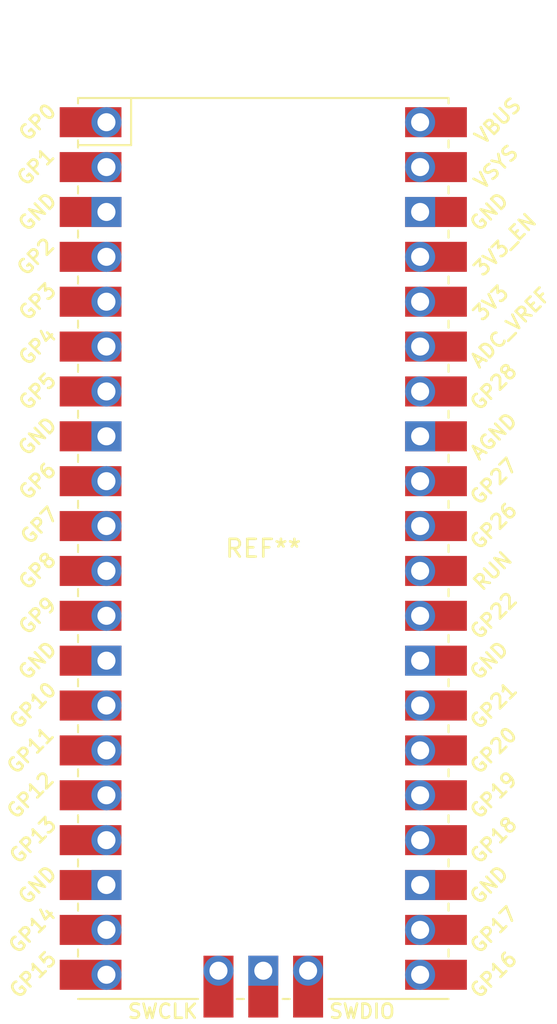
<source format=kicad_pcb>
(kicad_pcb (version 20240108) (generator "pcbnew") (generator_version "8.0")
  (layers (0 "F.Cu" signal) (31 "B.Cu" signal) (34 "B.Paste" user) (35 "F.Paste" user) (36 "B.SilkS" user "B.Silkscreen") (37 "F.SilkS" user "F.Silkscreen") (38 "B.Mask" user) (39 "F.Mask" user) (44 "Edge.Cuts" user))
  (net 0 "")
  (footprint "MCU_RaspberryPi_and_Boards:RPi_Pico_SMD_TH" (layer "F.Cu") (at 147 101.5)
    (property "Reference" "REF**" (at 0 0 0) (layer "F.SilkS"))
    (property "Value" "RPi_Pico_SMD_TH")
    (fp_line (start -10.5 -25.5) (end -10.5 -25.2) (stroke (width 0.12)) (layer "F.SilkS"))
    (fp_line (start -10.5 -25.5) (end 10.5 -25.5) (stroke (width 0.12)) (layer "F.SilkS"))
    (fp_line (start -10.5 -23.1) (end -10.5 -22.7) (stroke (width 0.12)) (layer "F.SilkS"))
    (fp_line (start -10.5 -22.833) (end -7.493 -22.833) (stroke (width 0.12)) (layer "F.SilkS"))
    (fp_line (start -10.5 -20.5) (end -10.5 -20.1) (stroke (width 0.12)) (layer "F.SilkS"))
    (fp_line (start -10.5 -18) (end -10.5 -17.6) (stroke (width 0.12)) (layer "F.SilkS"))
    (fp_line (start -10.5 -15.4) (end -10.5 -15) (stroke (width 0.12)) (layer "F.SilkS"))
    (fp_line (start -10.5 -12.9) (end -10.5 -12.5) (stroke (width 0.12)) (layer "F.SilkS"))
    (fp_line (start -10.5 -10.4) (end -10.5 -10) (stroke (width 0.12)) (layer "F.SilkS"))
    (fp_line (start -10.5 -7.8) (end -10.5 -7.4) (stroke (width 0.12)) (layer "F.SilkS"))
    (fp_line (start -10.5 -5.3) (end -10.5 -4.9) (stroke (width 0.12)) (layer "F.SilkS"))
    (fp_line (start -10.5 -2.7) (end -10.5 -2.3) (stroke (width 0.12)) (layer "F.SilkS"))
    (fp_line (start -10.5 -0.2) (end -10.5 0.2) (stroke (width 0.12)) (layer "F.SilkS"))
    (fp_line (start -10.5 2.3) (end -10.5 2.7) (stroke (width 0.12)) (layer "F.SilkS"))
    (fp_line (start -10.5 4.9) (end -10.5 5.3) (stroke (width 0.12)) (layer "F.SilkS"))
    (fp_line (start -10.5 7.4) (end -10.5 7.8) (stroke (width 0.12)) (layer "F.SilkS"))
    (fp_line (start -10.5 10) (end -10.5 10.4) (stroke (width 0.12)) (layer "F.SilkS"))
    (fp_line (start -10.5 12.5) (end -10.5 12.9) (stroke (width 0.12)) (layer "F.SilkS"))
    (fp_line (start -10.5 15.1) (end -10.5 15.5) (stroke (width 0.12)) (layer "F.SilkS"))
    (fp_line (start -10.5 17.6) (end -10.5 18) (stroke (width 0.12)) (layer "F.SilkS"))
    (fp_line (start -10.5 20.1) (end -10.5 20.5) (stroke (width 0.12)) (layer "F.SilkS"))
    (fp_line (start -10.5 22.7) (end -10.5 23.1) (stroke (width 0.12)) (layer "F.SilkS"))
    (fp_line (start -7.493 -22.833) (end -7.493 -25.5) (stroke (width 0.12)) (layer "F.SilkS"))
    (fp_line (start -3.7 25.5) (end -10.5 25.5) (stroke (width 0.12)) (layer "F.SilkS"))
    (fp_line (start -1.5 25.5) (end -1.1 25.5) (stroke (width 0.12)) (layer "F.SilkS"))
    (fp_line (start 1.1 25.5) (end 1.5 25.5) (stroke (width 0.12)) (layer "F.SilkS"))
    (fp_line (start 10.5 -25.5) (end 10.5 -25.2) (stroke (width 0.12)) (layer "F.SilkS"))
    (fp_line (start 10.5 -23.1) (end 10.5 -22.7) (stroke (width 0.12)) (layer "F.SilkS"))
    (fp_line (start 10.5 -20.5) (end 10.5 -20.1) (stroke (width 0.12)) (layer "F.SilkS"))
    (fp_line (start 10.5 -18) (end 10.5 -17.6) (stroke (width 0.12)) (layer "F.SilkS"))
    (fp_line (start 10.5 -15.4) (end 10.5 -15) (stroke (width 0.12)) (layer "F.SilkS"))
    (fp_line (start 10.5 -12.9) (end 10.5 -12.5) (stroke (width 0.12)) (layer "F.SilkS"))
    (fp_line (start 10.5 -10.4) (end 10.5 -10) (stroke (width 0.12)) (layer "F.SilkS"))
    (fp_line (start 10.5 -7.8) (end 10.5 -7.4) (stroke (width 0.12)) (layer "F.SilkS"))
    (fp_line (start 10.5 -5.3) (end 10.5 -4.9) (stroke (width 0.12)) (layer "F.SilkS"))
    (fp_line (start 10.5 -2.7) (end 10.5 -2.3) (stroke (width 0.12)) (layer "F.SilkS"))
    (fp_line (start 10.5 -0.2) (end 10.5 0.2) (stroke (width 0.12)) (layer "F.SilkS"))
    (fp_line (start 10.5 2.3) (end 10.5 2.7) (stroke (width 0.12)) (layer "F.SilkS"))
    (fp_line (start 10.5 4.9) (end 10.5 5.3) (stroke (width 0.12)) (layer "F.SilkS"))
    (fp_line (start 10.5 7.4) (end 10.5 7.8) (stroke (width 0.12)) (layer "F.SilkS"))
    (fp_line (start 10.5 10) (end 10.5 10.4) (stroke (width 0.12)) (layer "F.SilkS"))
    (fp_line (start 10.5 12.5) (end 10.5 12.9) (stroke (width 0.12)) (layer "F.SilkS"))
    (fp_line (start 10.5 15.1) (end 10.5 15.5) (stroke (width 0.12)) (layer "F.SilkS"))
    (fp_line (start 10.5 17.6) (end 10.5 18) (stroke (width 0.12)) (layer "F.SilkS"))
    (fp_line (start 10.5 20.1) (end 10.5 20.5) (stroke (width 0.12)) (layer "F.SilkS"))
    (fp_line (start 10.5 22.7) (end 10.5 23.1) (stroke (width 0.12)) (layer "F.SilkS"))
    (fp_line (start 10.5 25.5) (end 3.7 25.5) (stroke (width 0.12)) (layer "F.SilkS"))
    (fp_text user "GND" (at 12.8 -19.05 45) (layer "F.SilkS") (effects (font (size 0.8 0.8))))
    (fp_text user "GND" (at 12.8 19.05 45) (layer "F.SilkS") (effects (font (size 0.8 0.8))))
    (fp_text user "GP0" (at -12.8 -24.13 45) (layer "F.SilkS") (effects (font (size 0.8 0.8))))
    (fp_text user "SWDIO" (at 5.6 26.2 0) (layer "F.SilkS") (effects (font (size 0.8 0.8))))
    (fp_text user "GP16" (at 13.054 24.13 45) (layer "F.SilkS") (effects (font (size 0.8 0.8))))
    (fp_text user "AGND" (at 13.054 -6.35 45) (layer "F.SilkS") (effects (font (size 0.8 0.8))))
    (fp_text user "VBUS" (at 13.3 -24.2 45) (layer "F.SilkS") (effects (font (size 0.8 0.8))))
    (fp_text user "GP18" (at 13.054 16.51 45) (layer "F.SilkS") (effects (font (size 0.8 0.8))))
    (fp_text user "GP8" (at -12.8 1.27 45) (layer "F.SilkS") (effects (font (size 0.8 0.8))))
    (fp_text user "3V3_EN" (at 13.7 -17.2 45) (layer "F.SilkS") (effects (font (size 0.8 0.8))))
    (fp_text user "GP11" (at -13.2 11.43 45) (layer "F.SilkS") (effects (font (size 0.8 0.8))))
    (fp_text user "GND" (at 12.8 6.35 45) (layer "F.SilkS") (effects (font (size 0.8 0.8))))
    (fp_text user "GND" (at -12.8 19.05 45) (layer "F.SilkS") (effects (font (size 0.8 0.8))))
    (fp_text user "GP4" (at -12.8 -11.43 45) (layer "F.SilkS") (effects (font (size 0.8 0.8))))
    (fp_text user "GND" (at -12.8 -19.05 45) (layer "F.SilkS") (effects (font (size 0.8 0.8))))
    (fp_text user "GP9" (at -12.8 3.81 45) (layer "F.SilkS") (effects (font (size 0.8 0.8))))
    (fp_text user "SWCLK" (at -5.7 26.2 0) (layer "F.SilkS") (effects (font (size 0.8 0.8))))
    (fp_text user "GP20" (at 13.054 11.43 45) (layer "F.SilkS") (effects (font (size 0.8 0.8))))
    (fp_text user "GND" (at -12.8 6.35 45) (layer "F.SilkS") (effects (font (size 0.8 0.8))))
    (fp_text user "GP5" (at -12.8 -8.89 45) (layer "F.SilkS") (effects (font (size 0.8 0.8))))
    (fp_text user "GP1" (at -12.9 -21.6 45) (layer "F.SilkS") (effects (font (size 0.8 0.8))))
    (fp_text user "GP13" (at -13.054 16.51 45) (layer "F.SilkS") (effects (font (size 0.8 0.8))))
    (fp_text user "GP28" (at 13.054 -9.144 45) (layer "F.SilkS") (effects (font (size 0.8 0.8))))
    (fp_text user "GP27" (at 13.054 -3.8 45) (layer "F.SilkS") (effects (font (size 0.8 0.8))))
    (fp_text user "GND" (at -12.8 -6.35 45) (layer "F.SilkS") (effects (font (size 0.8 0.8))))
    (fp_text user "GP17" (at 13.054 21.59 45) (layer "F.SilkS") (effects (font (size 0.8 0.8))))
    (fp_text user "ADC_VREF" (at 14 -12.5 45) (layer "F.SilkS") (effects (font (size 0.8 0.8))))
    (fp_text user "GP21" (at 13.054 8.9 45) (layer "F.SilkS") (effects (font (size 0.8 0.8))))
    (fp_text user "GP14" (at -13.1 21.59 45) (layer "F.SilkS") (effects (font (size 0.8 0.8))))
    (fp_text user "GP2" (at -12.9 -16.51 45) (layer "F.SilkS") (effects (font (size 0.8 0.8))))
    (fp_text user "VSYS" (at 13.2 -21.59 45) (layer "F.SilkS") (effects (font (size 0.8 0.8))))
    (fp_text user "GP19" (at 13.054 13.97 45) (layer "F.SilkS") (effects (font (size 0.8 0.8))))
    (fp_text user "RUN" (at 13 1.27 45) (layer "F.SilkS") (effects (font (size 0.8 0.8))))
    (fp_text user "GP12" (at -13.2 13.97 45) (layer "F.SilkS") (effects (font (size 0.8 0.8))))
    (fp_text user "GP10" (at -13.054 8.89 45) (layer "F.SilkS") (effects (font (size 0.8 0.8))))
    (fp_text user "GP3" (at -12.8 -13.97 45) (layer "F.SilkS") (effects (font (size 0.8 0.8))))
    (fp_text user "3V3" (at 12.9 -13.9 45) (layer "F.SilkS") (effects (font (size 0.8 0.8))))
    (fp_text user "GP6" (at -12.8 -3.81 45) (layer "F.SilkS") (effects (font (size 0.8 0.8))))
    (fp_text user "GP7" (at -12.7 -1.3 45) (layer "F.SilkS") (effects (font (size 0.8 0.8))))
    (fp_text user "GP15" (at -13.054 24.13 45) (layer "F.SilkS") (effects (font (size 0.8 0.8))))
    (fp_text user "GP22" (at 13.054 3.81 45) (layer "F.SilkS") (effects (font (size 0.8 0.8))))
    (fp_text user "GP26" (at 13.054 -1.27 45) (layer "F.SilkS") (effects (font (size 0.8 0.8))))
    (pad "" np_thru_hole oval (at -2.725 -24) (size 1.8 1.8) (drill 1.8) (layers "*.Cu" "*.Mask"))
    (pad "" np_thru_hole oval (at -2.425 -20.97) (size 1.5 1.5) (drill 1.5) (layers "*.Cu" "*.Mask"))
    (pad "" np_thru_hole oval (at 2.425 -20.97) (size 1.5 1.5) (drill 1.5) (layers "*.Cu" "*.Mask"))
    (pad "" np_thru_hole oval (at 2.725 -24) (size 1.8 1.8) (drill 1.8) (layers "*.Cu" "*.Mask"))
    (pad "1" thru_hole oval (at -8.89 -24.13) (size 1.7 1.7) (drill 1.02) (layers "*.Cu" "*.Mask"))
    (pad "1" smd rect (at -8.89 -24.13) (size 3.5 1.7) (drill (offset -0.9 0)) (layers "F.Cu" "F.Mask"))
    (pad "2" thru_hole oval (at -8.89 -21.59) (size 1.7 1.7) (drill 1.02) (layers "*.Cu" "*.Mask"))
    (pad "2" smd rect (at -8.89 -21.59) (size 3.5 1.7) (drill (offset -0.9 0)) (layers "F.Cu" "F.Mask"))
    (pad "3" thru_hole rect (at -8.89 -19.05) (size 1.7 1.7) (drill 1.02) (layers "*.Cu" "*.Mask"))
    (pad "3" smd rect (at -8.89 -19.05) (size 3.5 1.7) (drill (offset -0.9 0)) (layers "F.Cu" "F.Mask"))
    (pad "4" thru_hole oval (at -8.89 -16.51) (size 1.7 1.7) (drill 1.02) (layers "*.Cu" "*.Mask"))
    (pad "4" smd rect (at -8.89 -16.51) (size 3.5 1.7) (drill (offset -0.9 0)) (layers "F.Cu" "F.Mask"))
    (pad "5" thru_hole oval (at -8.89 -13.97) (size 1.7 1.7) (drill 1.02) (layers "*.Cu" "*.Mask"))
    (pad "5" smd rect (at -8.89 -13.97) (size 3.5 1.7) (drill (offset -0.9 0)) (layers "F.Cu" "F.Mask"))
    (pad "6" thru_hole oval (at -8.89 -11.43) (size 1.7 1.7) (drill 1.02) (layers "*.Cu" "*.Mask"))
    (pad "6" smd rect (at -8.89 -11.43) (size 3.5 1.7) (drill (offset -0.9 0)) (layers "F.Cu" "F.Mask"))
    (pad "7" thru_hole oval (at -8.89 -8.89) (size 1.7 1.7) (drill 1.02) (layers "*.Cu" "*.Mask"))
    (pad "7" smd rect (at -8.89 -8.89) (size 3.5 1.7) (drill (offset -0.9 0)) (layers "F.Cu" "F.Mask"))
    (pad "8" thru_hole rect (at -8.89 -6.35) (size 1.7 1.7) (drill 1.02) (layers "*.Cu" "*.Mask"))
    (pad "8" smd rect (at -8.89 -6.35) (size 3.5 1.7) (drill (offset -0.9 0)) (layers "F.Cu" "F.Mask"))
    (pad "9" thru_hole oval (at -8.89 -3.81) (size 1.7 1.7) (drill 1.02) (layers "*.Cu" "*.Mask"))
    (pad "9" smd rect (at -8.89 -3.81) (size 3.5 1.7) (drill (offset -0.9 0)) (layers "F.Cu" "F.Mask"))
    (pad "10" thru_hole oval (at -8.89 -1.27) (size 1.7 1.7) (drill 1.02) (layers "*.Cu" "*.Mask"))
    (pad "10" smd rect (at -8.89 -1.27) (size 3.5 1.7) (drill (offset -0.9 0)) (layers "F.Cu" "F.Mask"))
    (pad "11" thru_hole oval (at -8.89 1.27) (size 1.7 1.7) (drill 1.02) (layers "*.Cu" "*.Mask"))
    (pad "11" smd rect (at -8.89 1.27) (size 3.5 1.7) (drill (offset -0.9 0)) (layers "F.Cu" "F.Mask"))
    (pad "12" thru_hole oval (at -8.89 3.81) (size 1.7 1.7) (drill 1.02) (layers "*.Cu" "*.Mask"))
    (pad "12" smd rect (at -8.89 3.81) (size 3.5 1.7) (drill (offset -0.9 0)) (layers "F.Cu" "F.Mask"))
    (pad "13" thru_hole rect (at -8.89 6.35) (size 1.7 1.7) (drill 1.02) (layers "*.Cu" "*.Mask"))
    (pad "13" smd rect (at -8.89 6.35) (size 3.5 1.7) (drill (offset -0.9 0)) (layers "F.Cu" "F.Mask"))
    (pad "14" thru_hole oval (at -8.89 8.89) (size 1.7 1.7) (drill 1.02) (layers "*.Cu" "*.Mask"))
    (pad "14" smd rect (at -8.89 8.89) (size 3.5 1.7) (drill (offset -0.9 0)) (layers "F.Cu" "F.Mask"))
    (pad "15" thru_hole oval (at -8.89 11.43) (size 1.7 1.7) (drill 1.02) (layers "*.Cu" "*.Mask"))
    (pad "15" smd rect (at -8.89 11.43) (size 3.5 1.7) (drill (offset -0.9 0)) (layers "F.Cu" "F.Mask"))
    (pad "16" thru_hole oval (at -8.89 13.97) (size 1.7 1.7) (drill 1.02) (layers "*.Cu" "*.Mask"))
    (pad "16" smd rect (at -8.89 13.97) (size 3.5 1.7) (drill (offset -0.9 0)) (layers "F.Cu" "F.Mask"))
    (pad "17" thru_hole oval (at -8.89 16.51) (size 1.7 1.7) (drill 1.02) (layers "*.Cu" "*.Mask"))
    (pad "17" smd rect (at -8.89 16.51) (size 3.5 1.7) (drill (offset -0.9 0)) (layers "F.Cu" "F.Mask"))
    (pad "18" thru_hole rect (at -8.89 19.05) (size 1.7 1.7) (drill 1.02) (layers "*.Cu" "*.Mask"))
    (pad "18" smd rect (at -8.89 19.05) (size 3.5 1.7) (drill (offset -0.9 0)) (layers "F.Cu" "F.Mask"))
    (pad "19" thru_hole oval (at -8.89 21.59) (size 1.7 1.7) (drill 1.02) (layers "*.Cu" "*.Mask"))
    (pad "19" smd rect (at -8.89 21.59) (size 3.5 1.7) (drill (offset -0.9 0)) (layers "F.Cu" "F.Mask"))
    (pad "20" thru_hole oval (at -8.89 24.13) (size 1.7 1.7) (drill 1.02) (layers "*.Cu" "*.Mask"))
    (pad "20" smd rect (at -8.89 24.13) (size 3.5 1.7) (drill (offset -0.9 0)) (layers "F.Cu" "F.Mask"))
    (pad "21" thru_hole oval (at 8.89 24.13) (size 1.7 1.7) (drill 1.02) (layers "*.Cu" "*.Mask"))
    (pad "21" smd rect (at 8.89 24.13) (size 3.5 1.7) (drill (offset 0.9 0)) (layers "F.Cu" "F.Mask"))
    (pad "22" thru_hole oval (at 8.89 21.59) (size 1.7 1.7) (drill 1.02) (layers "*.Cu" "*.Mask"))
    (pad "22" smd rect (at 8.89 21.59) (size 3.5 1.7) (drill (offset 0.9 0)) (layers "F.Cu" "F.Mask"))
    (pad "23" thru_hole rect (at 8.89 19.05) (size 1.7 1.7) (drill 1.02) (layers "*.Cu" "*.Mask"))
    (pad "23" smd rect (at 8.89 19.05) (size 3.5 1.7) (drill (offset 0.9 0)) (layers "F.Cu" "F.Mask"))
    (pad "24" thru_hole oval (at 8.89 16.51) (size 1.7 1.7) (drill 1.02) (layers "*.Cu" "*.Mask"))
    (pad "24" smd rect (at 8.89 16.51) (size 3.5 1.7) (drill (offset 0.9 0)) (layers "F.Cu" "F.Mask"))
    (pad "25" thru_hole oval (at 8.89 13.97) (size 1.7 1.7) (drill 1.02) (layers "*.Cu" "*.Mask"))
    (pad "25" smd rect (at 8.89 13.97) (size 3.5 1.7) (drill (offset 0.9 0)) (layers "F.Cu" "F.Mask"))
    (pad "26" thru_hole oval (at 8.89 11.43) (size 1.7 1.7) (drill 1.02) (layers "*.Cu" "*.Mask"))
    (pad "26" smd rect (at 8.89 11.43) (size 3.5 1.7) (drill (offset 0.9 0)) (layers "F.Cu" "F.Mask"))
    (pad "27" thru_hole oval (at 8.89 8.89) (size 1.7 1.7) (drill 1.02) (layers "*.Cu" "*.Mask"))
    (pad "27" smd rect (at 8.89 8.89) (size 3.5 1.7) (drill (offset 0.9 0)) (layers "F.Cu" "F.Mask"))
    (pad "28" thru_hole rect (at 8.89 6.35) (size 1.7 1.7) (drill 1.02) (layers "*.Cu" "*.Mask"))
    (pad "28" smd rect (at 8.89 6.35) (size 3.5 1.7) (drill (offset 0.9 0)) (layers "F.Cu" "F.Mask"))
    (pad "29" thru_hole oval (at 8.89 3.81) (size 1.7 1.7) (drill 1.02) (layers "*.Cu" "*.Mask"))
    (pad "29" smd rect (at 8.89 3.81) (size 3.5 1.7) (drill (offset 0.9 0)) (layers "F.Cu" "F.Mask"))
    (pad "30" thru_hole oval (at 8.89 1.27) (size 1.7 1.7) (drill 1.02) (layers "*.Cu" "*.Mask"))
    (pad "30" smd rect (at 8.89 1.27) (size 3.5 1.7) (drill (offset 0.9 0)) (layers "F.Cu" "F.Mask"))
    (pad "31" thru_hole oval (at 8.89 -1.27) (size 1.7 1.7) (drill 1.02) (layers "*.Cu" "*.Mask"))
    (pad "31" smd rect (at 8.89 -1.27) (size 3.5 1.7) (drill (offset 0.9 0)) (layers "F.Cu" "F.Mask"))
    (pad "32" thru_hole oval (at 8.89 -3.81) (size 1.7 1.7) (drill 1.02) (layers "*.Cu" "*.Mask"))
    (pad "32" smd rect (at 8.89 -3.81) (size 3.5 1.7) (drill (offset 0.9 0)) (layers "F.Cu" "F.Mask"))
    (pad "33" thru_hole rect (at 8.89 -6.35) (size 1.7 1.7) (drill 1.02) (layers "*.Cu" "*.Mask"))
    (pad "33" smd rect (at 8.89 -6.35) (size 3.5 1.7) (drill (offset 0.9 0)) (layers "F.Cu" "F.Mask"))
    (pad "34" thru_hole oval (at 8.89 -8.89) (size 1.7 1.7) (drill 1.02) (layers "*.Cu" "*.Mask"))
    (pad "34" smd rect (at 8.89 -8.89) (size 3.5 1.7) (drill (offset 0.9 0)) (layers "F.Cu" "F.Mask"))
    (pad "35" thru_hole oval (at 8.89 -11.43) (size 1.7 1.7) (drill 1.02) (layers "*.Cu" "*.Mask"))
    (pad "35" smd rect (at 8.89 -11.43) (size 3.5 1.7) (drill (offset 0.9 0)) (layers "F.Cu" "F.Mask"))
    (pad "36" thru_hole oval (at 8.89 -13.97) (size 1.7 1.7) (drill 1.02) (layers "*.Cu" "*.Mask"))
    (pad "36" smd rect (at 8.89 -13.97) (size 3.5 1.7) (drill (offset 0.9 0)) (layers "F.Cu" "F.Mask"))
    (pad "37" thru_hole oval (at 8.89 -16.51) (size 1.7 1.7) (drill 1.02) (layers "*.Cu" "*.Mask"))
    (pad "37" smd rect (at 8.89 -16.51) (size 3.5 1.7) (drill (offset 0.9 0)) (layers "F.Cu" "F.Mask"))
    (pad "38" thru_hole rect (at 8.89 -19.05) (size 1.7 1.7) (drill 1.02) (layers "*.Cu" "*.Mask"))
    (pad "38" smd rect (at 8.89 -19.05) (size 3.5 1.7) (drill (offset 0.9 0)) (layers "F.Cu" "F.Mask"))
    (pad "39" thru_hole oval (at 8.89 -21.59) (size 1.7 1.7) (drill 1.02) (layers "*.Cu" "*.Mask"))
    (pad "39" smd rect (at 8.89 -21.59) (size 3.5 1.7) (drill (offset 0.9 0)) (layers "F.Cu" "F.Mask"))
    (pad "40" thru_hole oval (at 8.89 -24.13) (size 1.7 1.7) (drill 1.02) (layers "*.Cu" "*.Mask"))
    (pad "40" smd rect (at 8.89 -24.13) (size 3.5 1.7) (drill (offset 0.9 0)) (layers "F.Cu" "F.Mask"))
    (pad "41" thru_hole oval (at -2.54 23.9) (size 1.7 1.7) (drill 1.02) (layers "*.Cu" "*.Mask"))
    (pad "41" smd rect (at -2.54 23.9 90) (size 3.5 1.7) (drill (offset -0.9 0)) (layers "F.Cu" "F.Mask"))
    (pad "42" thru_hole rect (at 0 23.9) (size 1.7 1.7) (drill 1.02) (layers "*.Cu" "*.Mask"))
    (pad "42" smd rect (at 0 23.9 90) (size 3.5 1.7) (drill (offset -0.9 0)) (layers "F.Cu" "F.Mask"))
    (pad "43" thru_hole oval (at 2.54 23.9) (size 1.7 1.7) (drill 1.02) (layers "*.Cu" "*.Mask"))
    (pad "43" smd rect (at 2.54 23.9 90) (size 3.5 1.7) (drill (offset -0.9 0)) (layers "F.Cu" "F.Mask"))
  )
)
</source>
